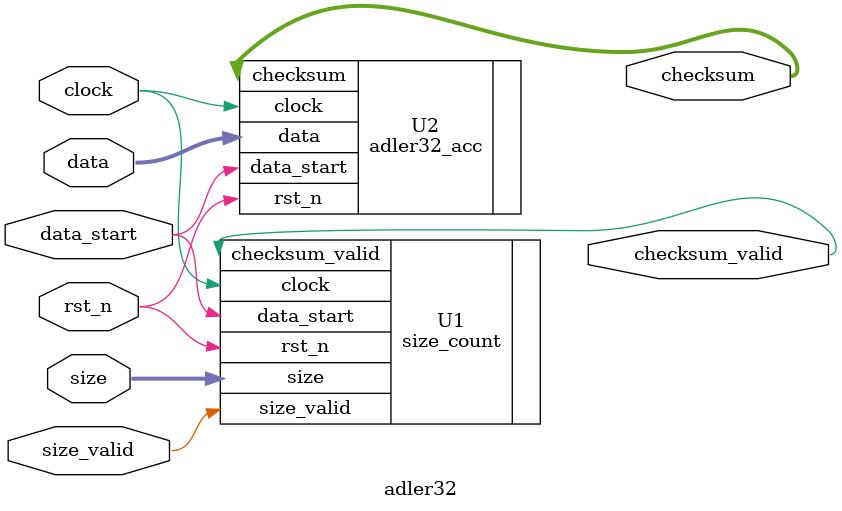
<source format=v>
module adler32 (
  input rst_n, clock, data_start, size_valid,
  input [7:0] data,
  input [31:0] size,
  output checksum_valid,
  output [31:0] checksum
);

  size_count U1 (
    .rst_n( rst_n ),
    .clock( clock ),
    .data_start( data_start ),
    .size_valid( size_valid ),
    .size( size ),
    .checksum_valid( checksum_valid )
  );

  adler32_acc U2 (
    .rst_n( rst_n ),
    .clock( clock ),
    .data_start( data_start ),
    .data( data ),
    .checksum( checksum )
  );

endmodule
</source>
